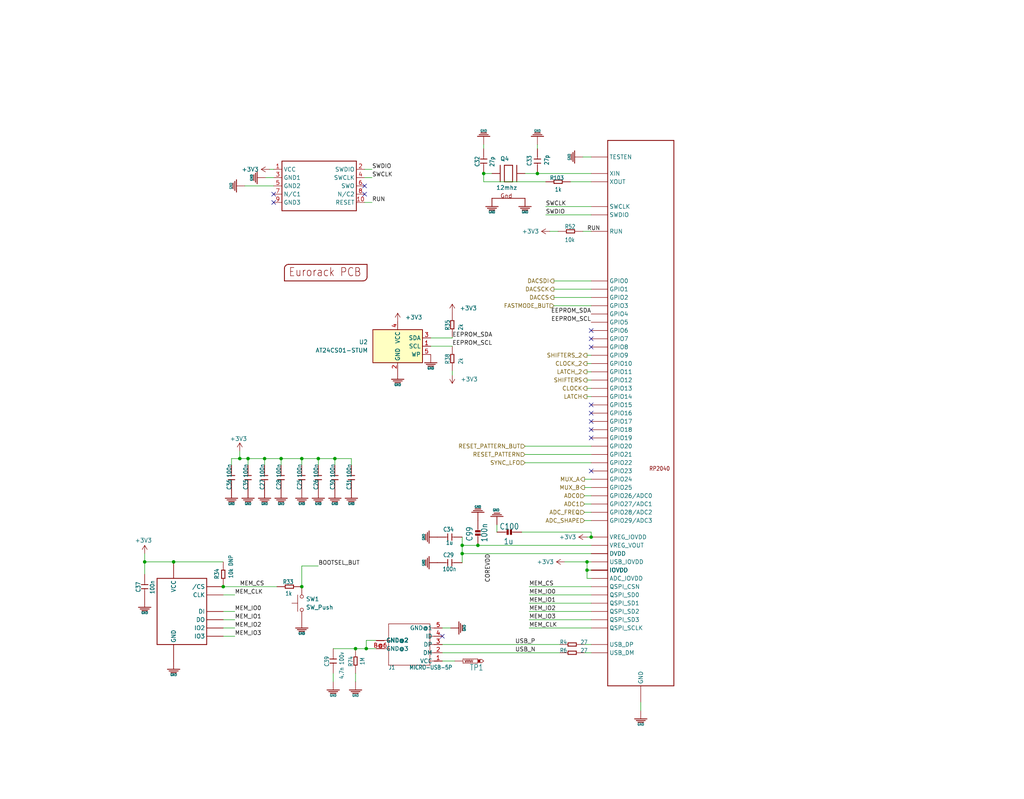
<source format=kicad_sch>
(kicad_sch (version 20211123) (generator eeschema)
  (paper "User" 314.579 245.694)
  (lib_symbols
    (symbol "Memory_EEPROM:AT24CS01-STUM"
      (property "Reference" "U" (at -7.62 6.35 0))
      (property "Value" "AT24CS01-STUM" (at 2.54 -6.35 0))
      (symbol "AT24CS01-STUM_1_1"
        (rectangle (start -7.62 5.08) (end 7.62 -5.08) (stroke (width 0.254)) (fill (type background)))
        (pin input line (at 10.16 0 180) (length 2.54) (name "SCL") (number "1"))
        (pin power_in line (at 0 -7.62 90) (length 2.54) (name "GND") (number "2"))
        (pin bidirectional line (at 10.16 2.54 180) (length 2.54) (name "SDA") (number "3"))
        (pin power_in line (at 0 7.62 270) (length 2.54) (name "VCC") (number "4"))
        (pin input line (at 10.16 -2.54 180) (length 2.54) (name "WP") (number "5"))
      )
    )
    (symbol "PTR1B1,27_1"
      (property "Reference" "TP" (at -1.016 -6.35 90))
      (symbol "PTR1B1,27_1_1_0"
        (rectangle (start -0.381 -5.207) (end 0.381 -4.572) (fill (type outline)))
        (polyline (pts (xy -0.635 0) (xy -0.635 -4.572)) (stroke (width 0.1524)))
        (polyline (pts (xy -0.508 -5.715) (xy 0 -6.35)) (stroke (width 0.1524)))
        (polyline (pts (xy -0.508 -5.207) (xy -0.508 -5.715)) (stroke (width 0.1524)))
        (polyline (pts (xy -0.381 -2.794) (xy 0.381 -2.54)) (stroke (width 0.1524)))
        (polyline (pts (xy -0.381 -2.286) (xy 0.381 -2.032)) (stroke (width 0.1524)))
        (polyline (pts (xy -0.381 -1.778) (xy 0.381 -1.524)) (stroke (width 0.1524)))
        (polyline (pts (xy -0.381 -1.27) (xy 0.381 -1.016)) (stroke (width 0.1524)))
        (polyline (pts (xy -0.381 -0.762) (xy 0.381 -0.508)) (stroke (width 0.1524)))
        (polyline (pts (xy 0 -6.35) (xy 0.508 -5.715)) (stroke (width 0.1524)))
        (polyline (pts (xy 0.381 -3.048) (xy -0.381 -2.794)) (stroke (width 0.1524)))
        (polyline (pts (xy 0.381 -2.54) (xy -0.381 -2.286)) (stroke (width 0.1524)))
        (polyline (pts (xy 0.381 -2.032) (xy -0.381 -1.778)) (stroke (width 0.1524)))
        (polyline (pts (xy 0.381 -1.524) (xy -0.381 -1.27)) (stroke (width 0.1524)))
        (polyline (pts (xy 0.381 -1.016) (xy -0.381 -0.762)) (stroke (width 0.1524)))
        (polyline (pts (xy 0.508 -5.715) (xy 0.508 -5.207)) (stroke (width 0.1524)))
        (polyline (pts (xy 0.508 -5.207) (xy -0.508 -5.207)) (stroke (width 0.1524)))
        (polyline (pts (xy 0.635 -4.572) (xy -0.635 -4.572)) (stroke (width 0.1524)))
        (polyline (pts (xy 0.635 -4.572) (xy 0.635 0)) (stroke (width 0.1524)))
        (polyline (pts (xy 0.635 0) (xy -0.635 0)) (stroke (width 0.1524)))
        (pin input line (at 0 2.54 270) (length 2.54) (name "TP") (number "TP"))
      )
    )
    (symbol "Switch:SW_Push" (pin_numbers hide) (pin_names (offset 1.016) hide)
      (property "Reference" "SW" (at 1.27 2.54 0))
      (property "Value" "SW_Push" (at 0 -1.524 0))
      (symbol "SW_Push_0_1"
        (circle (center -2.032 0) (radius 0.508))
        (polyline (pts (xy 0 1.27) (xy 0 3.048)))
        (polyline (pts (xy 2.54 1.27) (xy -2.54 1.27)))
        (circle (center 2.032 0) (radius 0.508))
        (pin passive line (at -5.08 0 0) (length 2.54) (name "1") (number "1"))
        (pin passive line (at 5.08 0 180) (length 2.54) (name "2") (number "2"))
      )
    )
    (symbol "TINRS - Wobbler (pico)sch-eagle-import:C-0402"
      (property "Reference" "C" (at -3.81 0 0))
      (property "Value" "C-0402" (at 0 0 0))
      (symbol "C-0402_1_0"
        (polyline (pts (xy -1.27 0) (xy -0.635 0)) (stroke (width 0.1524)))
        (polyline (pts (xy -0.635 -1.016) (xy -0.635 0)) (stroke (width 0.254)))
        (polyline (pts (xy -0.635 0) (xy -0.635 1.016)) (stroke (width 0.254)))
        (polyline (pts (xy 0.635 0) (xy 0.635 -1.016)) (stroke (width 0.254)))
        (polyline (pts (xy 0.635 0) (xy 1.27 0)) (stroke (width 0.1524)))
        (polyline (pts (xy 0.635 1.016) (xy 0.635 0)) (stroke (width 0.254)))
        (pin passive line (at -3.81 0 0) (length 2.54) (name "1") (number "1"))
        (pin passive line (at 3.81 0 180) (length 2.54) (name "2") (number "2"))
      )
    )
    (symbol "TINRS - Wobbler (pico)sch-eagle-import:C-1206"
      (property "Reference" "C" (at -3.81 0 0))
      (property "Value" "C-1206" (at 0 0 0))
      (symbol "C-1206_1_0"
        (polyline (pts (xy -1.27 0) (xy -0.635 0)) (stroke (width 0.1524)))
        (polyline (pts (xy -0.635 -1.016) (xy -0.635 0)) (stroke (width 0.254)))
        (polyline (pts (xy -0.635 0) (xy -0.635 1.016)) (stroke (width 0.254)))
        (polyline (pts (xy 0.635 0) (xy 0.635 -1.016)) (stroke (width 0.254)))
        (polyline (pts (xy 0.635 0) (xy 1.27 0)) (stroke (width 0.1524)))
        (polyline (pts (xy 0.635 1.016) (xy 0.635 0)) (stroke (width 0.254)))
        (pin passive line (at -3.81 0 0) (length 2.54) (name "1") (number "1"))
        (pin passive line (at 3.81 0 180) (length 2.54) (name "2") (number "2"))
      )
    )
    (symbol "TINRS - Wobbler (pico)sch-eagle-import:C-EUC0402"
      (property "Reference" "C" (at 1.524 0.381 0))
      (property "Value" "C-EUC0402" (at 1.524 -4.699 0))
      (symbol "C-EUC0402_1_0"
        (rectangle (start -0.762 -2.032) (end 0.762 -1.524) (fill (type outline)))
        (rectangle (start -0.762 -1.016) (end 0.762 -0.508) (fill (type outline)))
        (polyline (pts (xy 0 -2.54) (xy 0 -2.032)) (stroke (width 0.1524)))
        (polyline (pts (xy 0 0) (xy 0 -0.508)) (stroke (width 0.1524)))
        (pin passive line (at 0 2.54 270) (length 2.54) (name "1") (number "1"))
        (pin passive line (at 0 -5.08 90) (length 2.54) (name "2") (number "2"))
      )
    )
    (symbol "TINRS - Wobbler (pico)sch-eagle-import:CORTEX_SWD"
      (symbol "CORTEX_SWD_1_0"
        (polyline (pts (xy -10.16 -7.62) (xy 12.7 -7.62)) (stroke (width 0.254)))
        (polyline (pts (xy -10.16 7.62) (xy -10.16 -7.62)) (stroke (width 0.254)))
        (polyline (pts (xy 12.7 -7.62) (xy 12.7 7.62)) (stroke (width 0.254)))
        (polyline (pts (xy 12.7 7.62) (xy -10.16 7.62)) (stroke (width 0.254)))
        (pin bidirectional line (at -12.7 5.08 0) (length 2.54) (name "VCC") (number "1"))
        (pin bidirectional line (at 15.24 -5.08 180) (length 2.54) (name "RESET") (number "10"))
        (pin bidirectional line (at 15.24 5.08 180) (length 2.54) (name "SWDIO") (number "2"))
        (pin bidirectional line (at -12.7 2.54 0) (length 2.54) (name "GND1") (number "3"))
        (pin bidirectional line (at 15.24 2.54 180) (length 2.54) (name "SWCLK") (number "4"))
        (pin bidirectional line (at -12.7 0 0) (length 2.54) (name "GND2") (number "5"))
        (pin bidirectional line (at 15.24 0 180) (length 2.54) (name "SWO") (number "6"))
        (pin bidirectional line (at -12.7 -2.54 0) (length 2.54) (name "N/C1") (number "7"))
        (pin bidirectional line (at 15.24 -2.54 180) (length 2.54) (name "N/C2") (number "8"))
        (pin bidirectional line (at -12.7 -5.08 0) (length 2.54) (name "GND3") (number "9"))
      )
    )
    (symbol "TINRS - Wobbler (pico)sch-eagle-import:EURORACK_PCB12HP"
      (symbol "EURORACK_PCB12HP_1_0"
        (polyline (pts (xy -1.27 -1.27) (xy 22.86 -1.27)) (stroke (width 0.254)))
        (polyline (pts (xy -1.27 2.54) (xy -1.27 -1.27)) (stroke (width 0.254)))
        (polyline (pts (xy 24.13 0) (xy 24.13 3.81)) (stroke (width 0.254)))
        (polyline (pts (xy 24.13 3.81) (xy 0 3.81)) (stroke (width 0.254)))
        (arc (start 0 3.81) (mid -0.898 3.438) (end -1.27 2.54) (stroke (width 0.254)))
        (arc (start 22.86 -1.27) (mid 23.758 -0.898) (end 24.13 0) (stroke (width 0.254)))
        (text "Eurorack PCB" (at 0 0 0) (effects (font (size 2.54 2.159)) (justify left bottom)))
      )
    )
    (symbol "TINRS - Wobbler (pico)sch-eagle-import:GND" (power)
      (property "Value" "GND" (at 0 -1.27 0))
      (symbol "GND_1_0"
        (polyline (pts (xy -1.905 0) (xy 1.905 0)) (stroke (width 0.254)))
        (polyline (pts (xy -1.397 -0.508) (xy 1.397 -0.508)) (stroke (width 0.254)))
        (polyline (pts (xy -0.889 -1.016) (xy 0.889 -1.016)) (stroke (width 0.254)))
        (pin power_in line (at 0 2.54 270) (length 2.54) (name "GND") (number "1"))
      )
    )
    (symbol "TINRS - Wobbler (pico)sch-eagle-import:MICRO-USB-5P"
      (property "Reference" "J" (at -6.35 6.35 0))
      (property "Value" "MICRO-USB-5P" (at 0 6.35 0))
      (symbol "MICRO-USB-5P_1_0"
        (polyline (pts (xy -7.62 -1.27) (xy -6.35 -1.27)) (stroke (width 0.1524)))
        (polyline (pts (xy -7.62 1.27) (xy -6.35 1.27)) (stroke (width 0.1524)))
        (polyline (pts (xy -6.35 -6.35) (xy 6.35 -6.35)) (stroke (width 0.1524)))
        (polyline (pts (xy -6.35 -1.27) (xy -6.35 -6.35)) (stroke (width 0.1524)))
        (polyline (pts (xy -6.35 1.27) (xy -6.35 -1.27)) (stroke (width 0.1524)))
        (polyline (pts (xy -6.35 6.35) (xy -6.35 1.27)) (stroke (width 0.1524)))
        (polyline (pts (xy 6.35 -6.35) (xy 6.35 -5.08)) (stroke (width 0.1524)))
        (polyline (pts (xy 6.35 -5.08) (xy 6.35 -2.54)) (stroke (width 0.1524)))
        (polyline (pts (xy 6.35 -5.08) (xy 7.62 -5.08)) (stroke (width 0.1524)))
        (polyline (pts (xy 6.35 -2.54) (xy 6.35 0)) (stroke (width 0.1524)))
        (polyline (pts (xy 6.35 -2.54) (xy 7.62 -2.54)) (stroke (width 0.1524)))
        (polyline (pts (xy 6.35 0) (xy 6.35 2.54)) (stroke (width 0.1524)))
        (polyline (pts (xy 6.35 0) (xy 7.62 0)) (stroke (width 0.1524)))
        (polyline (pts (xy 6.35 2.54) (xy 6.35 5.08)) (stroke (width 0.1524)))
        (polyline (pts (xy 6.35 2.54) (xy 7.62 2.54)) (stroke (width 0.1524)))
        (polyline (pts (xy 6.35 5.08) (xy 6.35 6.35)) (stroke (width 0.1524)))
        (polyline (pts (xy 6.35 5.08) (xy 8.89 5.08)) (stroke (width 0.1524)))
        (polyline (pts (xy 6.35 6.35) (xy -6.35 6.35)) (stroke (width 0.1524)))
        (pin bidirectional line (at 10.16 5.08 180) (length 2.54) (name "VCC") (number "1"))
        (pin bidirectional line (at 10.16 2.54 180) (length 2.54) (name "DM") (number "2"))
        (pin bidirectional line (at 10.16 0 180) (length 2.54) (name "DP") (number "3"))
        (pin bidirectional line (at 10.16 -2.54 180) (length 2.54) (name "ID") (number "4"))
        (pin bidirectional line (at 10.16 -5.08 180) (length 2.54) (name "GND@1") (number "5"))
        (pin bidirectional line (at -10.16 -1.27 0) (length 2.54) (name "GND@2") (number "B@1"))
        (pin bidirectional line (at -10.16 -1.27 0) (length 2.54) (name "GND@2") (number "B@10"))
        (pin bidirectional line (at -10.16 -1.27 0) (length 2.54) (name "GND@2") (number "B@11"))
        (pin bidirectional line (at -10.16 -1.27 0) (length 2.54) (name "GND@2") (number "B@12"))
        (pin bidirectional line (at -10.16 -1.27 0) (length 2.54) (name "GND@2") (number "B@2"))
        (pin bidirectional line (at -10.16 -1.27 0) (length 2.54) (name "GND@2") (number "B@3"))
        (pin bidirectional line (at -10.16 -1.27 0) (length 2.54) (name "GND@2") (number "B@4"))
        (pin bidirectional line (at -10.16 -1.27 0) (length 2.54) (name "GND@2") (number "B@5"))
        (pin bidirectional line (at -10.16 1.27 0) (length 2.54) (name "GND@3") (number "B@6"))
        (pin bidirectional line (at -10.16 -1.27 0) (length 2.54) (name "GND@2") (number "B@7"))
        (pin bidirectional line (at -10.16 -1.27 0) (length 2.54) (name "GND@2") (number "B@8"))
        (pin bidirectional line (at -10.16 -1.27 0) (length 2.54) (name "GND@2") (number "B@9"))
      )
    )
    (symbol "TINRS - Wobbler (pico)sch-eagle-import:R-0402"
      (property "Reference" "R" (at -3.81 0 0))
      (property "Value" "R-0402" (at 2.54 0 0))
      (symbol "R-0402_1_0"
        (polyline (pts (xy -1.27 -0.508) (xy -1.27 0.508)) (stroke (width 0.254)))
        (polyline (pts (xy -1.27 0.508) (xy 1.27 0.508)) (stroke (width 0.254)))
        (polyline (pts (xy 1.27 -0.508) (xy -1.27 -0.508)) (stroke (width 0.254)))
        (polyline (pts (xy 1.27 0.508) (xy 1.27 -0.508)) (stroke (width 0.254)))
        (pin passive line (at -3.81 0 0) (length 2.54) (name "1") (number "1"))
        (pin passive line (at 3.81 0 180) (length 2.54) (name "2") (number "2"))
      )
    )
    (symbol "TINRS - Wobbler (pico)sch-eagle-import:R-0603"
      (property "Reference" "R" (at -3.81 0 0))
      (property "Value" "R-0603" (at 2.54 0 0))
      (symbol "R-0603_1_0"
        (polyline (pts (xy -1.27 -0.508) (xy -1.27 0.508)) (stroke (width 0.254)))
        (polyline (pts (xy -1.27 0.508) (xy 1.27 0.508)) (stroke (width 0.254)))
        (polyline (pts (xy 1.27 -0.508) (xy -1.27 -0.508)) (stroke (width 0.254)))
        (polyline (pts (xy 1.27 0.508) (xy 1.27 -0.508)) (stroke (width 0.254)))
        (pin passive line (at -3.81 0 0) (length 2.54) (name "1") (number "1"))
        (pin passive line (at 3.81 0 180) (length 2.54) (name "2") (number "2"))
      )
    )
    (symbol "TINRS - Wobbler (pico)sch-eagle-import:RP2040"
      (symbol "RP2040_1_0"
        (polyline (pts (xy -12.7 -66.04) (xy 7.62 -66.04)) (stroke (width 0.254)))
        (polyline (pts (xy -12.7 101.6) (xy -12.7 -66.04)) (stroke (width 0.254)))
        (polyline (pts (xy 7.62 -66.04) (xy 7.62 101.6)) (stroke (width 0.254)))
        (polyline (pts (xy 7.62 101.6) (xy -12.7 101.6)) (stroke (width 0.254)))
        (text "RP2040" (at 0 0 0) (effects (font (size 1.27 1.0795)) (justify left bottom)))
        (pin bidirectional line (at -2.54 -71.12 90) (length 5.08) (name "GND") (number "GND"))
        (pin bidirectional line (at -17.78 -30.48 0) (length 5.08) (name "IOVDD") (number "P$1"))
        (pin bidirectional line (at -17.78 -30.48 0) (length 5.08) (name "IOVDD") (number "P$10"))
        (pin bidirectional line (at -17.78 38.1 0) (length 5.08) (name "GPIO8") (number "P$11"))
        (pin bidirectional line (at -17.78 35.56 0) (length 5.08) (name "GPIO9") (number "P$12"))
        (pin bidirectional line (at -17.78 33.02 0) (length 5.08) (name "GPIO10") (number "P$13"))
        (pin bidirectional line (at -17.78 30.48 0) (length 5.08) (name "GPIO11") (number "P$14"))
        (pin bidirectional line (at -17.78 27.94 0) (length 5.08) (name "GPIO12") (number "P$15"))
        (pin bidirectional line (at -17.78 25.4 0) (length 5.08) (name "GPIO13") (number "P$16"))
        (pin bidirectional line (at -17.78 22.86 0) (length 5.08) (name "GPIO14") (number "P$17"))
        (pin bidirectional line (at -17.78 20.32 0) (length 5.08) (name "GPIO15") (number "P$18"))
        (pin bidirectional line (at -17.78 96.52 0) (length 5.08) (name "TESTEN") (number "P$19"))
        (pin bidirectional line (at -17.78 58.42 0) (length 5.08) (name "GPIO0") (number "P$2"))
        (pin bidirectional line (at -17.78 91.44 0) (length 5.08) (name "XIN") (number "P$20"))
        (pin bidirectional line (at -17.78 88.9 0) (length 5.08) (name "XOUT") (number "P$21"))
        (pin bidirectional line (at -17.78 -30.48 0) (length 5.08) (name "IOVDD") (number "P$22"))
        (pin bidirectional line (at -17.78 -25.4 0) (length 5.08) (name "DVDD") (number "P$23"))
        (pin bidirectional line (at -17.78 81.28 0) (length 5.08) (name "SWCLK") (number "P$24"))
        (pin bidirectional line (at -17.78 78.74 0) (length 5.08) (name "SWDIO") (number "P$25"))
        (pin bidirectional line (at -17.78 73.66 0) (length 5.08) (name "RUN") (number "P$26"))
        (pin bidirectional line (at -17.78 17.78 0) (length 5.08) (name "GPIO16") (number "P$27"))
        (pin bidirectional line (at -17.78 15.24 0) (length 5.08) (name "GPIO17") (number "P$28"))
        (pin bidirectional line (at -17.78 12.7 0) (length 5.08) (name "GPIO18") (number "P$29"))
        (pin bidirectional line (at -17.78 55.88 0) (length 5.08) (name "GPIO1") (number "P$3"))
        (pin bidirectional line (at -17.78 10.16 0) (length 5.08) (name "GPIO19") (number "P$30"))
        (pin bidirectional line (at -17.78 7.62 0) (length 5.08) (name "GPIO20") (number "P$31"))
        (pin bidirectional line (at -17.78 5.08 0) (length 5.08) (name "GPIO21") (number "P$32"))
        (pin bidirectional line (at -17.78 -30.48 0) (length 5.08) (name "IOVDD") (number "P$33"))
        (pin bidirectional line (at -17.78 2.54 0) (length 5.08) (name "GPIO22") (number "P$34"))
        (pin bidirectional line (at -17.78 0 0) (length 5.08) (name "GPIO23") (number "P$35"))
        (pin bidirectional line (at -17.78 -2.54 0) (length 5.08) (name "GPIO24") (number "P$36"))
        (pin bidirectional line (at -17.78 -5.08 0) (length 5.08) (name "GPIO25") (number "P$37"))
        (pin bidirectional line (at -17.78 -7.62 0) (length 5.08) (name "GPIO26/ADC0") (number "P$38"))
        (pin bidirectional line (at -17.78 -10.16 0) (length 5.08) (name "GPIO27/ADC1") (number "P$39"))
        (pin bidirectional line (at -17.78 53.34 0) (length 5.08) (name "GPIO2") (number "P$4"))
        (pin bidirectional line (at -17.78 -12.7 0) (length 5.08) (name "GPIO28/ADC2") (number "P$40"))
        (pin bidirectional line (at -17.78 -15.24 0) (length 5.08) (name "GPIO29/ADC3") (number "P$41"))
        (pin bidirectional line (at -17.78 -30.48 0) (length 5.08) (name "IOVDD") (number "P$42"))
        (pin bidirectional line (at -17.78 -33.02 0) (length 5.08) (name "ADC_IOVDD") (number "P$43"))
        (pin bidirectional line (at -17.78 -20.32 0) (length 5.08) (name "VREG_IOVDD") (number "P$44"))
        (pin bidirectional line (at -17.78 -22.86 0) (length 5.08) (name "VREG_VOUT") (number "P$45"))
        (pin bidirectional line (at -17.78 -55.88 0) (length 5.08) (name "USB_DM") (number "P$46"))
        (pin bidirectional line (at -17.78 -53.34 0) (length 5.08) (name "USB_DP") (number "P$47"))
        (pin bidirectional line (at -17.78 -27.94 0) (length 5.08) (name "USB_IOVDD") (number "P$48"))
        (pin bidirectional line (at -17.78 -30.48 0) (length 5.08) (name "IOVDD") (number "P$49"))
        (pin bidirectional line (at -17.78 50.8 0) (length 5.08) (name "GPIO3") (number "P$5"))
        (pin bidirectional line (at -17.78 -25.4 0) (length 5.08) (name "DVDD") (number "P$50"))
        (pin bidirectional line (at -17.78 -45.72 0) (length 5.08) (name "QSPI_SD3") (number "P$51"))
        (pin bidirectional line (at -17.78 -48.26 0) (length 5.08) (name "QSPI_SCLK") (number "P$52"))
        (pin bidirectional line (at -17.78 -38.1 0) (length 5.08) (name "QSPI_SD0") (number "P$53"))
        (pin bidirectional line (at -17.78 -43.18 0) (length 5.08) (name "QSPI_SD2") (number "P$54"))
        (pin bidirectional line (at -17.78 -40.64 0) (length 5.08) (name "QSPI_SD1") (number "P$55"))
        (pin bidirectional line (at -17.78 -35.56 0) (length 5.08) (name "QSPI_CSN") (number "P$56"))
        (pin bidirectional line (at -17.78 48.26 0) (length 5.08) (name "GPIO4") (number "P$6"))
        (pin bidirectional line (at -17.78 45.72 0) (length 5.08) (name "GPIO5") (number "P$7"))
        (pin bidirectional line (at -17.78 43.18 0) (length 5.08) (name "GPIO6") (number "P$8"))
        (pin bidirectional line (at -17.78 40.64 0) (length 5.08) (name "GPIO7") (number "P$9"))
      )
    )
    (symbol "TINRS - Wobbler (pico)sch-eagle-import:W25Q128JVSIQ"
      (symbol "W25Q128JVSIQ_1_0"
        (polyline (pts (xy -10.16 -10.16) (xy 5.08 -10.16)) (stroke (width 0.254)))
        (polyline (pts (xy -10.16 10.16) (xy -10.16 -10.16)) (stroke (width 0.254)))
        (polyline (pts (xy 5.08 -10.16) (xy 5.08 10.16)) (stroke (width 0.254)))
        (polyline (pts (xy 5.08 10.16) (xy -10.16 10.16)) (stroke (width 0.254)))
        (pin bidirectional line (at -15.24 7.62 0) (length 5.08) (name "/CS") (number "1"))
        (pin bidirectional line (at -15.24 -2.54 0) (length 5.08) (name "DO") (number "2"))
        (pin bidirectional line (at -15.24 -5.08 0) (length 5.08) (name "IO2") (number "3"))
        (pin bidirectional line (at 0 -15.24 90) (length 5.08) (name "GND") (number "4"))
        (pin bidirectional line (at -15.24 0 0) (length 5.08) (name "DI") (number "5"))
        (pin bidirectional line (at -15.24 5.08 0) (length 5.08) (name "CLK") (number "6"))
        (pin bidirectional line (at -15.24 -7.62 0) (length 5.08) (name "IO3") (number "7"))
        (pin bidirectional line (at 0 15.24 270) (length 5.08) (name "VCC") (number "8"))
      )
    )
    (symbol "TINRS - Wobbler (pico)sch-eagle-import:XTAL-4-3225"
      (property "Reference" "Q" (at -2.54 3.81 0))
      (property "Value" "XTAL-4-3225" (at -3.81 -5.08 0))
      (symbol "XTAL-4-3225_1_0"
        (polyline (pts (xy -2.54 2.54) (xy -2.54 -2.54)) (stroke (width 0.254)))
        (polyline (pts (xy -1.27 -2.54) (xy 1.27 -2.54)) (stroke (width 0.254)))
        (polyline (pts (xy -1.27 2.54) (xy -1.27 -2.54)) (stroke (width 0.254)))
        (polyline (pts (xy 1.27 -2.54) (xy 1.27 2.54)) (stroke (width 0.254)))
        (polyline (pts (xy 1.27 2.54) (xy -1.27 2.54)) (stroke (width 0.254)))
        (polyline (pts (xy 2.54 2.54) (xy 2.54 -2.54)) (stroke (width 0.254)))
        (text "Gnd" (at -2.54 -7.62 0) (effects (font (size 1.27 1.27)) (justify left bottom)))
        (pin bidirectional line (at -5.08 0 0) (length 2.54) (name "X1") (number "1"))
        (pin power_in line (at 5.08 -7.62 180) (length 5.08) (name "G2") (number "2"))
        (pin bidirectional line (at 5.08 0 180) (length 2.54) (name "X2") (number "3"))
        (pin power_in line (at -5.08 -7.62 0) (length 5.08) (name "G1") (number "4"))
      )
    )
    (symbol "power:+3.3V" (power) (pin_names (offset 0))
      (property "Value" "+3.3V" (at 0 3.556 0))
      (symbol "+3.3V_0_1"
        (polyline (pts (xy -0.762 1.27) (xy 0 2.54)))
        (polyline (pts (xy 0 0) (xy 0 2.54)))
        (polyline (pts (xy 0 2.54) (xy 0.762 1.27)))
      )
      (symbol "+3.3V_1_1"
        (pin power_in line (at 0 0 90) (length 0) hide (name "+3V3") (number "1"))
      )
    )
  )
  (junction (at 73.66 140.97))
  (junction (at 53.34 172.72))
  (junction (at 102.87 140.97))
  (junction (at 86.36 140.97))
  (junction (at 148.59 53.34))
  (junction (at 141.986 167.64))
  (junction (at 81.28 140.97))
  (junction (at 146.812 167.64))
  (junction (at 112.522 199.39))
  (junction (at 92.71 180.34))
  (junction (at 97.79 140.97))
  (junction (at 181.61 165.1))
  (junction (at 68.58 180.34))
  (junction (at 180.34 172.72))
  (junction (at 92.71 140.97))
  (junction (at 44.45 172.72))
  (junction (at 165.1 53.34))
  (junction (at 141.986 170.18))
  (junction (at 109.22 199.39))
  (junction (at 180.34 175.26))
  (junction (at 76.2 140.97))
  (no_connect (at 181.61 104.14))
  (no_connect (at 181.61 106.68))
  (no_connect (at 181.61 101.6))
  (no_connect (at 181.61 134.62))
  (no_connect (at 181.61 132.08))
  (no_connect (at 181.61 129.54))
  (no_connect (at 181.61 127))
  (no_connect (at 181.61 124.46))
  (no_connect (at 135.89 195.58))
  (no_connect (at 181.61 144.78))
  (no_connect (at 112.014 59.69))
  (no_connect (at 112.014 57.15))
  (no_connect (at 84.074 62.23))
  (no_connect (at 84.074 59.69))
  (wire (pts (xy 68.58 187.96) (xy 72.136 187.96)))
  (wire (pts (xy 167.64 66.04) (xy 181.61 66.04)))
  (wire (pts (xy 102.87 140.97) (xy 107.95 140.97)))
  (wire (pts (xy 180.34 165.1) (xy 181.61 165.1)))
  (wire (pts (xy 97.79 140.97) (xy 102.87 140.97)))
  (wire (pts (xy 171.958 200.66) (xy 135.89 200.66)))
  (wire (pts (xy 112.522 196.85) (xy 112.522 199.39)))
  (wire (pts (xy 179.578 200.66) (xy 181.61 200.66)))
  (wire (pts (xy 181.61 157.48) (xy 179.578 157.48)))
  (wire (pts (xy 138.938 103.886) (xy 138.938 103.632)))
  (wire (pts (xy 165.1 53.34) (xy 181.61 53.34)))
  (wire (pts (xy 181.61 139.7) (xy 161.29 139.7)))
  (wire (pts (xy 112.522 196.85) (xy 115.57 196.85)))
  (wire (pts (xy 180.34 109.22) (xy 181.61 109.22)))
  (wire (pts (xy 148.59 55.88) (xy 148.59 53.34)))
  (wire (pts (xy 68.58 193.04) (xy 72.136 193.04)))
  (wire (pts (xy 107.95 140.97) (xy 107.95 143.002)))
  (wire (pts (xy 180.34 175.26) (xy 180.34 177.8)))
  (wire (pts (xy 160.274 163.576) (xy 181.61 163.576)))
  (wire (pts (xy 181.61 147.32) (xy 179.578 147.32)))
  (wire (pts (xy 86.36 143.002) (xy 86.36 140.97)))
  (wire (pts (xy 139.7 203.2) (xy 135.89 203.2)))
  (wire (pts (xy 181.61 149.86) (xy 179.578 149.86)))
  (wire (pts (xy 148.59 53.34) (xy 151.13 53.34)))
  (wire (pts (xy 181.61 88.9) (xy 170.18 88.9)))
  (wire (pts (xy 141.986 167.64) (xy 141.986 165.1)))
  (wire (pts (xy 112.522 199.39) (xy 115.57 199.39)))
  (wire (pts (xy 141.986 170.18) (xy 181.61 170.18)))
  (wire (pts (xy 109.22 207.01) (xy 109.22 209.55)))
  (wire (pts (xy 181.61 193.04) (xy 162.56 193.04)))
  (wire (pts (xy 76.2 143.002) (xy 76.2 140.97)))
  (wire (pts (xy 181.61 185.42) (xy 162.56 185.42)))
  (wire (pts (xy 152.654 161.29) (xy 152.654 163.576)))
  (wire (pts (xy 146.812 167.64) (xy 141.986 167.64)))
  (wire (pts (xy 132.334 106.426) (xy 138.938 106.426)))
  (wire (pts (xy 112.014 52.07) (xy 114.3 52.07)))
  (wire (pts (xy 73.66 140.97) (xy 71.12 140.97)))
  (wire (pts (xy 68.58 190.5) (xy 72.136 190.5)))
  (wire (pts (xy 102.87 143.002) (xy 102.87 140.97)))
  (wire (pts (xy 161.29 53.34) (xy 165.1 53.34)))
  (wire (pts (xy 181.61 160.02) (xy 179.578 160.02)))
  (wire (pts (xy 44.45 172.72) (xy 53.34 172.72)))
  (wire (pts (xy 180.34 116.84) (xy 181.61 116.84)))
  (wire (pts (xy 82.804 52.07) (xy 84.074 52.07)))
  (wire (pts (xy 102.362 207.01) (xy 102.362 209.55)))
  (wire (pts (xy 179.578 198.12) (xy 181.61 198.12)))
  (wire (pts (xy 180.34 172.72) (xy 181.61 172.72)))
  (wire (pts (xy 165.1 44.45) (xy 165.1 45.72)))
  (wire (pts (xy 180.34 121.92) (xy 181.61 121.92)))
  (wire (pts (xy 181.61 163.576) (xy 181.61 165.1)))
  (wire (pts (xy 171.958 198.12) (xy 135.89 198.12)))
  (wire (pts (xy 141.986 170.18) (xy 141.986 167.64)))
  (wire (pts (xy 179.07 48.26) (xy 181.61 48.26)))
  (wire (pts (xy 196.85 218.44) (xy 196.85 215.9)))
  (wire (pts (xy 92.71 173.99) (xy 92.71 180.34)))
  (wire (pts (xy 171.45 71.12) (xy 168.91 71.12)))
  (wire (pts (xy 181.61 182.88) (xy 162.56 182.88)))
  (wire (pts (xy 81.28 143.002) (xy 81.28 140.97)))
  (wire (pts (xy 181.61 86.36) (xy 170.18 86.36)))
  (wire (pts (xy 181.61 142.24) (xy 161.29 142.24)))
  (wire (pts (xy 180.34 177.8) (xy 181.61 177.8)))
  (wire (pts (xy 180.34 172.72) (xy 180.34 175.26)))
  (wire (pts (xy 180.34 119.38) (xy 181.61 119.38)))
  (wire (pts (xy 180.34 175.26) (xy 181.61 175.26)))
  (wire (pts (xy 181.61 63.5) (xy 167.64 63.5)))
  (wire (pts (xy 181.61 187.96) (xy 162.56 187.96)))
  (wire (pts (xy 92.71 143.002) (xy 92.71 140.97)))
  (wire (pts (xy 181.61 93.98) (xy 170.18 93.98)))
  (wire (pts (xy 181.61 137.16) (xy 161.29 137.16)))
  (wire (pts (xy 132.334 103.886) (xy 138.938 103.886)))
  (wire (pts (xy 112.014 62.23) (xy 114.3 62.23)))
  (wire (pts (xy 102.362 199.39) (xy 109.22 199.39)))
  (wire (pts (xy 68.58 180.34) (xy 85.09 180.34)))
  (wire (pts (xy 92.71 140.97) (xy 97.79 140.97)))
  (wire (pts (xy 112.014 54.61) (xy 114.3 54.61)))
  (wire (pts (xy 44.45 170.18) (xy 44.45 172.72)))
  (wire (pts (xy 146.812 167.64) (xy 181.61 167.64)))
  (wire (pts (xy 81.28 140.97) (xy 86.36 140.97)))
  (wire (pts (xy 181.61 114.3) (xy 180.34 114.3)))
  (wire (pts (xy 109.22 199.39) (xy 112.522 199.39)))
  (wire (pts (xy 86.36 140.97) (xy 92.71 140.97)))
  (wire (pts (xy 141.986 172.974) (xy 141.986 170.18)))
  (wire (pts (xy 73.66 140.97) (xy 76.2 140.97)))
  (wire (pts (xy 167.64 55.88) (xy 148.59 55.88)))
  (wire (pts (xy 181.61 154.94) (xy 179.578 154.94)))
  (wire (pts (xy 53.34 172.72) (xy 68.58 172.72)))
  (wire (pts (xy 179.07 71.12) (xy 181.61 71.12)))
  (wire (pts (xy 181.61 55.88) (xy 175.26 55.88)))
  (wire (pts (xy 181.61 180.34) (xy 162.56 180.34)))
  (wire (pts (xy 181.61 152.4) (xy 179.578 152.4)))
  (wire (pts (xy 97.79 143.002) (xy 97.79 140.97)))
  (wire (pts (xy 181.61 111.76) (xy 180.34 111.76)))
  (wire (pts (xy 68.58 182.88) (xy 72.136 182.88)))
  (wire (pts (xy 138.43 193.04) (xy 135.89 193.04)))
  (wire (pts (xy 173.482 172.72) (xy 180.34 172.72)))
  (wire (pts (xy 44.45 172.72) (xy 44.45 176.53)))
  (wire (pts (xy 97.79 173.99) (xy 92.71 173.99)))
  (wire (pts (xy 138.938 115.316) (xy 138.938 114.046)))
  (wire (pts (xy 71.12 140.97) (xy 71.12 143.002)))
  (wire (pts (xy 76.2 140.97) (xy 81.28 140.97)))
  (wire (pts (xy 84.074 57.15) (xy 75.184 57.15)))
  (wire (pts (xy 68.58 195.58) (xy 72.136 195.58)))
  (wire (pts (xy 73.66 138.684) (xy 73.66 140.97)))
  (wire (pts (xy 181.61 190.5) (xy 162.56 190.5)))
  (wire (pts (xy 181.61 91.44) (xy 170.18 91.44)))
  (wire (pts (xy 84.074 54.61) (xy 81.534 54.61)))
  (wire (pts (xy 148.59 44.45) (xy 148.59 45.72)))
  (label "USB_N" (at 158.242 200.66 0))
  (label "MEM_CS" (at 162.56 180.34 0) (effects (font (size 1.2446 1.2446))))
  (label "BOOTSEL_BUT" (at 97.79 173.99 0) (effects (font (size 1.2446 1.2446))))
  (label "MEM_IO2" (at 72.136 193.04 0) (effects (font (size 1.2446 1.2446))))
  (label "SWCLK" (at 114.3 54.61 0) (effects (font (size 1.2446 1.2446))))
  (label "MEM_IO0" (at 162.56 182.88 0) (effects (font (size 1.2446 1.2446))))
  (label "MEM_IO2" (at 162.56 187.96 0) (effects (font (size 1.2446 1.2446))))
  (label "MEM_IO3" (at 162.56 190.5 0) (effects (font (size 1.2446 1.2446))))
  (label "SWDIO" (at 114.3 52.07 0) (effects (font (size 1.2446 1.2446))))
  (label "MEM_IO1" (at 72.136 190.5 0) (effects (font (size 1.2446 1.2446))))
  (label "RUN" (at 180.34 71.12 0) (effects (font (size 1.2446 1.2446))))
  (label "MEM_CLK" (at 162.56 193.04 0) (effects (font (size 1.2446 1.2446))))
  (label "COREVDD" (at 150.876 170.18 270))
  (label "EEPROM_SDA" (at 138.938 103.886 0))
  (label "RUN" (at 114.3 62.23 0) (effects (font (size 1.2446 1.2446))))
  (label "EEPROM_SCL" (at 181.61 99.06 180))
  (label "SWDIO" (at 167.64 66.04 0) (effects (font (size 1.2446 1.2446))))
  (label "USB_P" (at 158.242 198.12 0))
  (label "MEM_CLK" (at 72.136 182.88 0) (effects (font (size 1.2446 1.2446))))
  (label "EEPROM_SDA" (at 181.61 96.52 180))
  (label "EEPROM_SCL" (at 138.938 106.426 0))
  (label "MEM_IO3" (at 72.136 195.58 0) (effects (font (size 1.2446 1.2446))))
  (label "MEM_CS" (at 73.66 180.34 0) (effects (font (size 1.2446 1.2446))))
  (label "SWCLK" (at 167.64 63.5 0) (effects (font (size 1.2446 1.2446))))
  (label "MEM_IO0" (at 72.136 187.96 0) (effects (font (size 1.2446 1.2446))))
  (label "MEM_IO1" (at 162.56 185.42 0) (effects (font (size 1.2446 1.2446))))
  (hierarchical_label "RESET_PATTERN" (shape input) (at 161.29 139.7 180) (effects (font (size 1.2446 1.2446))))
  (hierarchical_label "CLOCK_2" (shape output) (at 180.34 111.76 180) (effects (font (size 1.2446 1.2446))))
  (hierarchical_label "RESET_PATTERN_BUT" (shape input) (at 161.29 137.16 180) (effects (font (size 1.2446 1.2446))))
  (hierarchical_label "CLOCK" (shape output) (at 180.34 119.38 180) (effects (font (size 1.2446 1.2446))))
  (hierarchical_label "FASTMODE_BUT" (shape input) (at 170.18 93.98 180) (effects (font (size 1.2446 1.2446))))
  (hierarchical_label "LATCH" (shape output) (at 180.34 121.92 180) (effects (font (size 1.2446 1.2446))))
  (hierarchical_label "LATCH_2" (shape output) (at 180.34 114.3 180) (effects (font (size 1.2446 1.2446))))
  (hierarchical_label "ADC_SHAPE" (shape input) (at 179.578 160.02 180) (effects (font (size 1.2446 1.2446))))
  (hierarchical_label "SYNC_LFO" (shape input) (at 161.29 142.24 180) (effects (font (size 1.2446 1.2446))))
  (hierarchical_label "SHIFTERS" (shape output) (at 180.34 116.84 180) (effects (font (size 1.2446 1.2446))))
  (hierarchical_label "ADC1" (shape input) (at 179.578 154.94 180) (effects (font (size 1.2446 1.2446))))
  (hierarchical_label "DACSCK" (shape output) (at 170.18 88.9 180) (effects (font (size 1.2446 1.2446))))
  (hierarchical_label "ADC0" (shape input) (at 179.578 152.4 180) (effects (font (size 1.2446 1.2446))))
  (hierarchical_label "ADC_FREQ" (shape input) (at 179.578 157.48 180) (effects (font (size 1.2446 1.2446))))
  (hierarchical_label "MUX_A" (shape output) (at 179.578 147.32 180) (effects (font (size 1.2446 1.2446))))
  (hierarchical_label "DACSDI" (shape output) (at 170.18 86.36 180) (effects (font (size 1.2446 1.2446))))
  (hierarchical_label "SHIFTERS_2" (shape output) (at 180.34 109.22 180) (effects (font (size 1.2446 1.2446))))
  (hierarchical_label "MUX_B" (shape output) (at 179.578 149.86 180) (effects (font (size 1.2446 1.2446))))
  (hierarchical_label "DACCS" (shape output) (at 170.18 91.44 180) (effects (font (size 1.2446 1.2446))))
  (symbol (lib_id "TINRS - Wobbler (pico)sch-eagle-import:C-EUC0402") (at 157.734 163.576 270) (unit 1)
    (property "Reference" "C100" (at 153.416 162.814 90) (effects (font (size 1.778 1.5113)) (justify left bottom)))
    (property "Value" "1u" (at 154.686 167.386 90) (effects (font (size 1.778 1.5113)) (justify left bottom)))
    (property "Footprint" "C0402" (effects hide))
  )
  (symbol (lib_id "power:+3.3V") (at 82.804 52.07 90) (unit 1)
    (property "Reference" "#PWR0141" (effects hide))
    (property "Value" "+3.3V" (at 79.502 52.0699 90) (effects (justify left)))
  )
  (symbol (lib_id "TINRS - Wobbler (pico)sch-eagle-import:GND") (at 151.13 63.5 0) (unit 1)
    (property "Reference" "#GND088" (effects hide))
    (property "Value" "GND" (at 151.13 64.77 0) (effects (font (size 0.762 0.6477)) (justify top)))
  )
  (symbol (lib_id "power:+3.3V") (at 168.91 71.12 90) (unit 1)
    (property "Reference" "#PWR0140" (effects hide))
    (property "Value" "+3.3V" (at 165.608 71.1199 90) (effects (justify left)))
  )
  (symbol (lib_id "TINRS - Wobbler (pico)sch-eagle-import:GND") (at 97.79 153.162 0) (unit 1)
    (property "Reference" "#GND0102" (effects hide))
    (property "Value" "GND" (at 97.79 154.432 0) (effects (font (size 0.762 0.6477)) (justify top)))
  )
  (symbol (lib_id "TINRS - Wobbler (pico)sch-eagle-import:MICRO-USB-5P") (at 125.73 198.12 0) (mirror x) (unit 1)
    (property "Reference" "J1" (at 119.38 204.47 0) (effects (font (size 1.27 1.0795)) (justify left bottom)))
    (property "Value" "MICRO-USB-5P" (at 125.73 204.47 0) (effects (font (size 1.27 1.0795)) (justify left bottom)))
    (property "Footprint" "TINRS - Wobbler (pico)sch:C132563" (effects hide))
  )
  (symbol (lib_id "TINRS - Wobbler (pico)sch-eagle-import:EURORACK_PCB12HP") (at 88.646 85.09 0) (unit 1)
    (property "Reference" "OUTLINE1" (effects hide))
    (property "Value" "EURORACK_PCB12HP" (effects hide))
    (property "Footprint" "EURORACK12HPPCB" (effects hide))
    (property "Value" "unknown" (effects hide))
  )
  (symbol (lib_id "TINRS - Wobbler (pico)sch-eagle-import:C-0402") (at 76.2 146.812 90) (unit 1)
    (property "Reference" "C35" (at 76.2 150.622 0) (effects (font (size 1.27 1.0795)) (justify left bottom)))
    (property "Value" "100n" (at 76.2 146.812 0) (effects (font (size 1.27 1.0795)) (justify left bottom)))
    (property "Footprint" "C0402" (effects hide))
  )
  (symbol (lib_id "power:+3.3V") (at 138.938 96.012 0) (unit 1)
    (property "Reference" "#PWR0154" (effects hide))
    (property "Value" "+3.3V" (at 141.224 94.7419 0) (effects (justify left)))
  )
  (symbol (lib_id "TINRS - Wobbler (pico)sch-eagle-import:GND") (at 86.36 153.162 0) (unit 1)
    (property "Reference" "#GND0104" (effects hide))
    (property "Value" "GND" (at 86.36 154.432 0) (effects (font (size 0.762 0.6477)) (justify top)))
  )
  (symbol (lib_id "TINRS - Wobbler (pico)sch-eagle-import:C-0402") (at 71.12 146.812 90) (unit 1)
    (property "Reference" "C36" (at 71.12 150.622 0) (effects (font (size 1.27 1.0795)) (justify left bottom)))
    (property "Value" "100n" (at 71.12 146.812 0) (effects (font (size 1.27 1.0795)) (justify left bottom)))
    (property "Footprint" "C0402" (effects hide))
  )
  (symbol (lib_id "TINRS - Wobbler (pico)sch-eagle-import:C-0402") (at 92.71 146.812 90) (unit 1)
    (property "Reference" "C25" (at 92.71 150.622 0) (effects (font (size 1.27 1.0795)) (justify left bottom)))
    (property "Value" "100n" (at 92.71 146.812 0) (effects (font (size 1.27 1.0795)) (justify left bottom)))
    (property "Footprint" "C0402" (effects hide))
  )
  (symbol (lib_id "TINRS - Wobbler (pico)sch-eagle-import:GND") (at 109.22 212.09 0) (unit 1)
    (property "Reference" "#GND0119" (effects hide))
    (property "Value" "GND" (at 109.22 213.36 0) (effects (font (size 0.762 0.6477)) (justify top)))
  )
  (symbol (lib_id "TINRS - Wobbler (pico)sch-eagle-import:R-0402") (at 171.45 55.88 0) (unit 1)
    (property "Reference" "R103" (at 168.91 55.372 0) (effects (font (size 1.27 1.0795)) (justify left bottom)))
    (property "Value" "1k" (at 170.434 58.928 0) (effects (font (size 1.27 1.0795)) (justify left bottom)))
    (property "Footprint" "R0402" (effects hide))
  )
  (symbol (lib_id "power:+3.3V") (at 44.45 170.18 0) (unit 1)
    (property "Reference" "#PWR0142" (effects hide))
    (property "Value" "+3.3V" (at 41.402 166.116 0) (effects (justify left)))
  )
  (symbol (lib_id "TINRS - Wobbler (pico)sch-eagle-import:GND") (at 78.994 54.61 270) (unit 1)
    (property "Reference" "#GND0150" (effects hide))
    (property "Value" "GND" (at 77.724 54.61 0) (effects (font (size 0.762 0.6477)) (justify top)))
  )
  (symbol (lib_id "power:+3.3V") (at 122.174 98.806 0) (unit 1)
    (property "Reference" "#PWR0155" (effects hide))
    (property "Value" "+3.3V" (at 124.46 97.5359 0) (effects (justify left)))
  )
  (symbol (lib_id "TINRS - Wobbler (pico)sch-eagle-import:GND") (at 92.71 153.162 0) (unit 1)
    (property "Reference" "#GND0101" (effects hide))
    (property "Value" "GND" (at 92.71 154.432 0) (effects (font (size 0.762 0.6477)) (justify top)))
  )
  (symbol (lib_id "TINRS - Wobbler (pico)sch-eagle-import:C-0402") (at 86.36 146.812 90) (unit 1)
    (property "Reference" "C28" (at 86.36 150.622 0) (effects (font (size 1.27 1.0795)) (justify left bottom)))
    (property "Value" "100n" (at 86.36 146.812 0) (effects (font (size 1.27 1.0795)) (justify left bottom)))
    (property "Footprint" "C0402" (effects hide))
  )
  (symbol (lib_id "TINRS - Wobbler (pico)sch-eagle-import:RP2040") (at 199.39 144.78 0) (unit 1)
    (property "Reference" "U$2" (effects hide))
    (property "Value" "RP2040" (effects hide))
    (property "Footprint" "TINRS - Wobbler (pico)sch:QFN-56" (effects hide))
  )
  (symbol (lib_id "TINRS - Wobbler (pico)sch-eagle-import:GND") (at 152.654 158.75 180) (unit 1)
    (property "Reference" "#GND0164" (effects hide))
    (property "Value" "GND" (at 152.4 157.226 0) (effects (font (size 0.762 0.6477)) (justify top)))
  )
  (symbol (lib_id "TINRS - Wobbler (pico)sch-eagle-import:GND") (at 107.95 153.162 0) (unit 1)
    (property "Reference" "#GND0107" (effects hide))
    (property "Value" "GND" (at 107.95 154.432 0) (effects (font (size 0.762 0.6477)) (justify top)))
  )
  (symbol (lib_id "power:+3.3V") (at 173.482 172.72 90) (unit 1)
    (property "Reference" "#PWR0144" (effects hide))
    (property "Value" "+3.3V" (at 170.18 172.7199 90) (effects (justify left)))
  )
  (symbol (lib_id "TINRS - Wobbler (pico)sch-eagle-import:GND") (at 131.826 165.1 270) (unit 1)
    (property "Reference" "#GND0110" (effects hide))
    (property "Value" "GND" (at 130.556 165.1 0) (effects (font (size 0.762 0.6477)) (justify top)))
  )
  (symbol (lib_id "TINRS - Wobbler (pico)sch-eagle-import:GND") (at 44.45 186.69 0) (unit 1)
    (property "Reference" "#GND0114" (effects hide))
    (property "Value" "GND" (at 44.45 187.96 0) (effects (font (size 0.762 0.6477)) (justify top)))
  )
  (symbol (lib_id "TINRS - Wobbler (pico)sch-eagle-import:C-0402") (at 107.95 146.812 90) (unit 1)
    (property "Reference" "C31" (at 107.95 150.622 0) (effects (font (size 1.27 1.0795)) (justify left bottom)))
    (property "Value" "100n" (at 107.95 146.812 0) (effects (font (size 1.27 1.0795)) (justify left bottom)))
    (property "Footprint" "C0402" (effects hide))
  )
  (symbol (lib_id "TINRS - Wobbler (pico)sch-eagle-import:XTAL-4-3225") (at 156.21 53.34 0) (unit 1)
    (property "Reference" "Q4" (at 153.67 49.53 0) (effects (justify left bottom)))
    (property "Value" "12mhz" (at 152.4 58.42 0) (effects (justify left bottom)))
    (property "Footprint" "TINRS - Wobbler (pico)sch:NX3225" (effects hide))
  )
  (symbol (lib_id "TINRS - Wobbler (pico)sch-eagle-import:R-0402") (at 175.768 200.66 0) (unit 1)
    (property "Reference" "R6" (at 171.958 200.66 0) (effects (font (size 1.27 1.0795)) (justify left bottom)))
    (property "Value" "27" (at 178.308 200.66 0) (effects (font (size 1.27 1.0795)) (justify left bottom)))
    (property "Footprint" "R0402" (effects hide))
  )
  (symbol (lib_id "TINRS - Wobbler (pico)sch-eagle-import:R-0402") (at 175.26 71.12 0) (unit 1)
    (property "Reference" "R52" (at 173.482 70.358 0) (effects (font (size 1.27 1.0795)) (justify left bottom)))
    (property "Value" "10k" (at 173.482 74.422 0) (effects (font (size 1.27 1.0795)) (justify left bottom)))
    (property "Footprint" "R0402" (effects hide))
  )
  (symbol (lib_id "TINRS - Wobbler (pico)sch-eagle-import:C-0402") (at 148.59 49.53 90) (unit 1)
    (property "Reference" "C32" (at 147.32 51.308 0) (effects (font (size 1.27 1.0795)) (justify left bottom)))
    (property "Value" "27p" (at 151.892 51.308 0) (effects (font (size 1.27 1.0795)) (justify left bottom)))
    (property "Footprint" "C0402" (effects hide))
  )
  (symbol (lib_id "TINRS - Wobbler (pico)sch-eagle-import:GND") (at 71.12 153.162 0) (unit 1)
    (property "Reference" "#GND0112" (effects hide))
    (property "Value" "GND" (at 71.12 154.432 0) (effects (font (size 0.762 0.6477)) (justify top)))
  )
  (symbol (lib_id "TINRS - Wobbler (pico)sch-eagle-import:C-0402") (at 44.45 180.34 90) (unit 1)
    (property "Reference" "C37" (at 43.18 182.118 0) (effects (font (size 1.27 1.0795)) (justify left bottom)))
    (property "Value" "100n" (at 47.498 182.626 0) (effects (font (size 1.27 1.0795)) (justify left bottom)))
    (property "Footprint" "C0402" (effects hide))
  )
  (symbol (lib_id "TINRS - Wobbler (pico)sch-eagle-import:GND") (at 72.644 57.15 270) (unit 1)
    (property "Reference" "#GND0151" (effects hide))
    (property "Value" "GND" (at 71.374 57.15 0) (effects (font (size 0.762 0.6477)) (justify top)))
  )
  (symbol (lib_id "Memory_EEPROM:AT24CS01-STUM") (at 122.174 106.426 0) (unit 1)
    (property "Reference" "U2" (at 113.03 105.1559 0) (effects (justify right)))
    (property "Value" "AT24CS01-STUM" (at 113.03 107.6959 0) (effects (justify right)))
    (property "Footprint" "Package_TO_SOT_SMD:SOT-23-5" (effects hide))
    (property "Datasheet" "http://ww1.microchip.com/downloads/en/DeviceDoc/Atmel-8815-SEEPROM-AT24CS01-02-Datasheet.pdf" (effects hide))
  )
  (symbol (lib_id "TINRS - Wobbler (pico)sch-eagle-import:GND") (at 102.87 153.162 0) (unit 1)
    (property "Reference" "#GND0106" (effects hide))
    (property "Value" "GND" (at 102.87 154.432 0) (effects (font (size 0.762 0.6477)) (justify top)))
  )
  (symbol (lib_id "TINRS - Wobbler (pico)sch-eagle-import:C-0402") (at 138.176 165.1 180) (unit 1)
    (property "Reference" "C34" (at 139.446 162.052 0) (effects (font (size 1.27 1.0795)) (justify left bottom)))
    (property "Value" "1u" (at 139.192 166.116 0) (effects (font (size 1.27 1.0795)) (justify left bottom)))
    (property "Footprint" "C0402" (effects hide))
  )
  (symbol (lib_id "TINRS - Wobbler (pico)sch-eagle-import:GND") (at 165.1 41.91 180) (unit 1)
    (property "Reference" "#GND0109" (effects hide))
    (property "Value" "GND" (at 165.1 40.64 0) (effects (font (size 0.762 0.6477)) (justify top)))
  )
  (symbol (lib_id "TINRS - Wobbler (pico)sch-eagle-import:R-0402") (at 175.768 198.12 0) (unit 1)
    (property "Reference" "R4" (at 171.958 198.12 0) (effects (font (size 1.27 1.0795)) (justify left bottom)))
    (property "Value" "27" (at 178.308 198.12 0) (effects (font (size 1.27 1.0795)) (justify left bottom)))
    (property "Footprint" "R0402" (effects hide))
  )
  (symbol (lib_id "TINRS - Wobbler (pico)sch-eagle-import:GND") (at 122.174 116.586 0) (unit 1)
    (property "Reference" "#GND0146" (effects hide))
    (property "Value" "GND" (at 122.174 117.856 0) (effects (font (size 0.762 0.6477)) (justify top)))
  )
  (symbol (lib_id "TINRS - Wobbler (pico)sch-eagle-import:CORTEX_SWD") (at 96.774 57.15 0) (unit 1)
    (property "Reference" "SWD2" (effects hide))
    (property "Value" "CORTEX_SWD" (effects hide))
    (property "Footprint" "TINRS - Wobbler (pico)sch:M50-3600542" (effects hide))
    (property "Value" "unknown" (effects hide))
  )
  (symbol (lib_id "TINRS - Wobbler (pico)sch-eagle-import:R-0402") (at 68.58 176.53 90) (unit 1)
    (property "Reference" "R34" (at 67.31 178.054 0) (effects (font (size 1.27 1.0795)) (justify left bottom)))
    (property "Value" "10k DNP" (at 71.628 177.8 0) (effects (font (size 1.27 1.0795)) (justify left bottom)))
    (property "Footprint" "R0402" (effects hide))
  )
  (symbol (lib_id "TINRS - Wobbler (pico)sch-eagle-import:C-0402") (at 97.79 146.812 90) (unit 1)
    (property "Reference" "C26" (at 97.79 150.622 0) (effects (font (size 1.27 1.0795)) (justify left bottom)))
    (property "Value" "100n" (at 97.79 146.812 0) (effects (font (size 1.27 1.0795)) (justify left bottom)))
    (property "Footprint" "C0402" (effects hide))
  )
  (symbol (lib_id "TINRS - Wobbler (pico)sch-eagle-import:GND") (at 92.71 193.04 0) (unit 1)
    (property "Reference" "#GND0192" (effects hide))
    (property "Value" "GND" (at 92.71 194.31 0) (effects (font (size 0.762 0.6477)) (justify top)))
  )
  (symbol (lib_id "TINRS - Wobbler (pico)sch-eagle-import:GND") (at 53.34 205.74 0) (unit 1)
    (property "Reference" "#GND0115" (effects hide))
    (property "Value" "GND" (at 53.34 207.01 0) (effects (font (size 0.762 0.6477)) (justify top)))
  )
  (symbol (lib_id "TINRS - Wobbler (pico)sch-eagle-import:GND") (at 196.85 220.98 0) (unit 1)
    (property "Reference" "#GND087" (effects hide))
    (property "Value" "GND" (at 196.85 222.25 0) (effects (font (size 0.762 0.6477)) (justify top)))
  )
  (symbol (lib_id "TINRS - Wobbler (pico)sch-eagle-import:GND") (at 161.29 63.5 0) (unit 1)
    (property "Reference" "#GND092" (effects hide))
    (property "Value" "GND" (at 161.29 64.77 0) (effects (font (size 0.762 0.6477)) (justify top)))
  )
  (symbol (lib_id "power:+3.3V") (at 180.34 165.1 90) (unit 1)
    (property "Reference" "#PWR0145" (effects hide))
    (property "Value" "+3.3V" (at 177.038 165.0999 90) (effects (justify left)))
  )
  (symbol (lib_id "TINRS - Wobbler (pico)sch-eagle-import:C-0402") (at 138.176 172.974 180) (unit 1)
    (property "Reference" "C29" (at 139.446 169.926 0) (effects (font (size 1.27 1.0795)) (justify left bottom)))
    (property "Value" "100n" (at 140.208 174.244 0) (effects (font (size 1.27 1.0795)) (justify left bottom)))
    (property "Footprint" "C0402" (effects hide))
  )
  (symbol (lib_id "TINRS - Wobbler (pico)sch-eagle-import:R-0402") (at 88.9 180.34 0) (unit 1)
    (property "Reference" "R33" (at 86.868 179.578 0) (effects (font (size 1.27 1.0795)) (justify left bottom)))
    (property "Value" "1k" (at 87.63 183.134 0) (effects (font (size 1.27 1.0795)) (justify left bottom)))
    (property "Footprint" "R0402" (effects hide))
  )
  (symbol (lib_id "TINRS - Wobbler (pico)sch-eagle-import:W25Q128JVSIQ") (at 53.34 187.96 0) (mirror y) (unit 1)
    (property "Reference" "U$25" (effects hide))
    (property "Value" "W25Q256JVEIQTR" (effects hide))
    (property "Footprint" "TINRS - Wobbler (pico)sch:SOIC-8" (effects hide))
  )
  (symbol (lib_id "power:+3.3V") (at 138.938 115.316 180) (unit 1)
    (property "Reference" "#PWR0153" (effects hide))
    (property "Value" "+3.3V" (at 141.478 116.5859 0) (effects (justify right)))
  )
  (symbol (lib_id "TINRS - Wobbler (pico)sch-eagle-import:GND") (at 146.812 157.48 180) (unit 1)
    (property "Reference" "#GND0165" (effects hide))
    (property "Value" "GND" (at 146.812 156.21 0) (effects (font (size 0.762 0.6477)) (justify top)))
  )
  (symbol (lib_id "TINRS - Wobbler (pico)sch-eagle-import:C-EUC0402") (at 146.812 165.1 180) (unit 1)
    (property "Reference" "C99" (at 143.256 161.798 90) (effects (font (size 1.778 1.5113)) (justify left bottom)))
    (property "Value" "100n" (at 147.828 160.782 90) (effects (font (size 1.778 1.5113)) (justify left bottom)))
    (property "Footprint" "C0402" (effects hide))
  )
  (symbol (lib_id "TINRS - Wobbler (pico)sch-eagle-import:R-0402") (at 138.938 110.236 90) (unit 1)
    (property "Reference" "R38" (at 138.176 112.014 0) (effects (font (size 1.27 1.0795)) (justify left bottom)))
    (property "Value" "2k" (at 142.24 112.014 0) (effects (font (size 1.27 1.0795)) (justify left bottom)))
    (property "Footprint" "R0402" (effects hide))
  )
  (symbol (lib_id "TINRS - Wobbler (pico)sch-eagle-import:GND") (at 131.826 172.974 270) (unit 1)
    (property "Reference" "#GND0105" (effects hide))
    (property "Value" "GND" (at 130.556 172.974 0) (effects (font (size 0.762 0.6477)) (justify top)))
  )
  (symbol (lib_id "TINRS - Wobbler (pico)sch-eagle-import:GND") (at 132.334 111.506 0) (unit 1)
    (property "Reference" "#GND0147" (effects hide))
    (property "Value" "GND" (at 132.334 112.776 0) (effects (font (size 0.762 0.6477)) (justify top)))
  )
  (symbol (lib_id "TINRS - Wobbler (pico)sch-eagle-import:C-0402") (at 102.87 146.812 90) (unit 1)
    (property "Reference" "C30" (at 102.87 150.622 0) (effects (font (size 1.27 1.0795)) (justify left bottom)))
    (property "Value" "100n" (at 102.87 146.812 0) (effects (font (size 1.27 1.0795)) (justify left bottom)))
    (property "Footprint" "C0402" (effects hide))
  )
  (symbol (lib_id "TINRS - Wobbler (pico)sch-eagle-import:GND") (at 102.362 212.09 0) (unit 1)
    (property "Reference" "#GND0118" (effects hide))
    (property "Value" "GND" (at 102.362 213.36 0) (effects (font (size 0.762 0.6477)) (justify top)))
  )
  (symbol (lib_id "TINRS - Wobbler (pico)sch-eagle-import:GND") (at 81.28 153.162 0) (unit 1)
    (property "Reference" "#GND0103" (effects hide))
    (property "Value" "GND" (at 81.28 154.432 0) (effects (font (size 0.762 0.6477)) (justify top)))
  )
  (symbol (lib_id "TINRS - Wobbler (pico)sch-eagle-import:GND") (at 176.53 48.26 270) (unit 1)
    (property "Reference" "#GND093" (effects hide))
    (property "Value" "GND" (at 175.26 48.26 0) (effects (font (size 0.762 0.6477)) (justify top)))
  )
  (symbol (lib_id "TINRS - Wobbler (pico)sch-eagle-import:GND") (at 76.2 153.162 0) (unit 1)
    (property "Reference" "#GND0111" (effects hide))
    (property "Value" "GND" (at 76.2 154.432 0) (effects (font (size 0.762 0.6477)) (justify top)))
  )
  (symbol (lib_id "Switch:SW_Push") (at 92.71 185.42 90) (unit 1)
    (property "Reference" "SW1" (at 93.98 184.1499 90) (effects (justify right)))
    (property "Value" "SW_Push" (at 93.98 186.6899 90) (effects (justify right)))
  )
  (symbol (lib_id "TINRS - Wobbler (pico)sch-eagle-import:R-0603") (at 109.22 203.2 90) (unit 1)
    (property "Reference" "R74" (at 108.458 204.978 0) (effects (font (size 1.27 1.0795)) (justify left bottom)))
    (property "Value" "1M" (at 112.014 204.47 0) (effects (font (size 1.27 1.0795)) (justify left bottom)))
    (property "Footprint" "R0603" (effects hide))
  )
  (symbol (lib_id "TINRS - Wobbler (pico)sch-eagle-import:C-0402") (at 165.1 49.53 90) (unit 1)
    (property "Reference" "C33" (at 163.322 51.054 0) (effects (font (size 1.27 1.0795)) (justify left bottom)))
    (property "Value" "27p" (at 168.656 50.8 0) (effects (font (size 1.27 1.0795)) (justify left bottom)))
    (property "Footprint" "C0402" (effects hide))
  )
  (symbol (lib_id "TINRS - Wobbler (pico)sch-eagle-import:R-0402") (at 138.938 99.822 90) (unit 1)
    (property "Reference" "R35" (at 138.176 101.6 0) (effects (font (size 1.27 1.0795)) (justify left bottom)))
    (property "Value" "2k" (at 142.24 101.6 0) (effects (font (size 1.27 1.0795)) (justify left bottom)))
    (property "Footprint" "R0402" (effects hide))
  )
  (symbol (lib_id "TINRS - Wobbler (pico)sch-eagle-import:C-1206") (at 102.362 203.2 90) (unit 1)
    (property "Reference" "C39" (at 101.092 204.978 0) (effects (font (size 1.27 1.0795)) (justify left bottom)))
    (property "Value" "4.7n 100v" (at 105.664 208.788 0) (effects (font (size 1.27 1.0795)) (justify left bottom)))
    (property "Footprint" "TINRS - Wobbler (pico)sch:C3216" (effects hide))
  )
  (symbol (lib_id "power:+3.3V") (at 73.66 138.684 0) (unit 1)
    (property "Reference" "#PWR0143" (effects hide))
    (property "Value" "+3.3V" (at 70.612 134.874 0) (effects (justify left)))
  )
  (symbol (lib_id "TINRS - Wobbler (pico)sch-eagle-import:GND") (at 148.59 41.91 180) (unit 1)
    (property "Reference" "#GND0108" (effects hide))
    (property "Value" "GND" (at 148.59 40.64 0) (effects (font (size 0.762 0.6477)) (justify top)))
  )
  (symbol (lib_name "PTR1B1,27_1") (lib_id "TINRS - Wobbler (pico)sch-eagle-import:PTR1B1,27") (at 142.24 203.2 90) (unit 1)
    (property "Reference" "TP1" (at 148.59 204.216 90) (effects (font (size 1.778 1.5113)) (justify left bottom)))
    (property "Value" "PTR1B1,27" (effects hide))
    (property "Footprint" "TINRS - Wobbler (pico)sch:B1,27" (effects hide))
  )
  (symbol (lib_id "TINRS - Wobbler (pico)sch-eagle-import:GND") (at 140.97 193.04 90) (unit 1)
    (property "Reference" "#GND0120" (effects hide))
    (property "Value" "GND" (at 142.24 193.04 0) (effects (font (size 0.762 0.6477)) (justify top)))
  )
  (symbol (lib_id "TINRS - Wobbler (pico)sch-eagle-import:C-0402") (at 81.28 146.812 90) (unit 1)
    (property "Reference" "C27" (at 81.28 150.622 0) (effects (font (size 1.27 1.0795)) (justify left bottom)))
    (property "Value" "100n" (at 81.28 146.812 0) (effects (font (size 1.27 1.0795)) (justify left bottom)))
    (property "Footprint" "C0402" (effects hide))
  )
)
</source>
